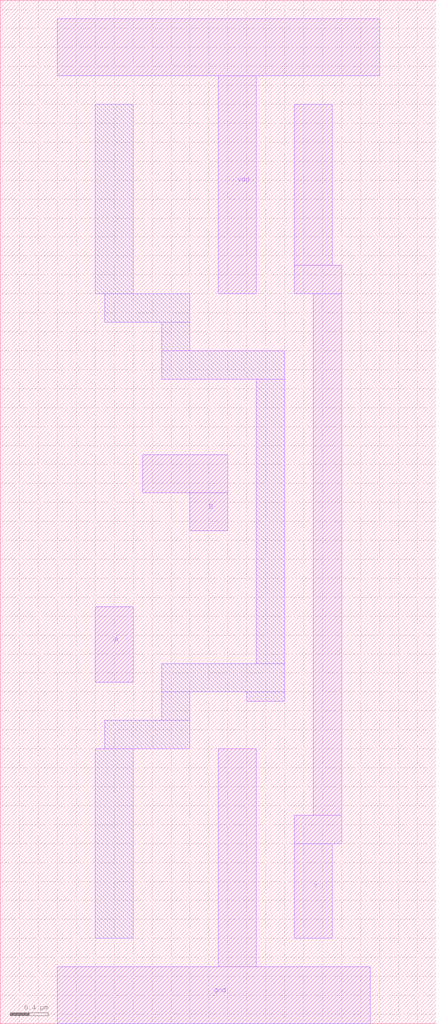
<source format=lef>
VERSION 5.7 ;
  NOWIREEXTENSIONATPIN ON ;
  DIVIDERCHAR "/" ;
  BUSBITCHARS "[]" ;
MACRO CELM2X1
  CLASS BLOCK ;
  FOREIGN CELM2X1 ;
  ORIGIN 0.800 0.300 ;
  SIZE 4.600 BY 10.800 ;
  PIN B
    DIRECTION INPUT ;
    USE SIGNAL ;
    ANTENNAGATEAREA 0.800000 ;
    PORT
      LAYER metal1 ;
        RECT 0.700 5.300 1.600 5.700 ;
        RECT 1.200 4.900 1.600 5.300 ;
    END
  END B
  PIN Y
    DIRECTION OUTPUT ;
    USE SIGNAL ;
    PORT
      LAYER metal1 ;
        RECT 2.300 7.700 2.700 9.400 ;
        RECT 2.300 7.400 2.800 7.700 ;
        RECT 2.500 1.900 2.800 7.400 ;
        RECT 2.300 1.600 2.800 1.900 ;
        RECT 2.300 0.600 2.700 1.600 ;
    END
  END Y
  PIN A
    DIRECTION INPUT ;
    USE SIGNAL ;
    ANTENNAGATEAREA 0.800000 ;
    PORT
      LAYER metal1 ;
        RECT 0.200 3.300 0.600 4.100 ;
    END
  END A
  PIN gnd
    DIRECTION INOUT ;
    USE GROUND ;
    PORT
      LAYER metal1 ;
        RECT 1.500 0.300 1.900 2.600 ;
        RECT -0.200 -0.300 3.100 0.300 ;
    END
  END gnd
  PIN vdd
    DIRECTION INOUT ;
    USE POWER ;
    PORT
      LAYER metal1 ;
        RECT -0.200 9.700 3.200 10.300 ;
        RECT 1.500 7.400 1.900 9.700 ;
    END
  END vdd
  OBS
      LAYER metal1 ;
        RECT 0.200 7.400 0.600 9.400 ;
        RECT 0.300 7.100 1.200 7.400 ;
        RECT 0.900 6.800 1.200 7.100 ;
        RECT 0.900 6.500 2.200 6.800 ;
        RECT 1.900 3.500 2.200 6.500 ;
        RECT 0.900 3.200 2.200 3.500 ;
        RECT 0.900 2.900 1.200 3.200 ;
        RECT 1.800 3.100 2.200 3.200 ;
        RECT 0.300 2.600 1.200 2.900 ;
        RECT 0.200 0.600 0.600 2.600 ;
  END
END CELM2X1
END LIBRARY


</source>
